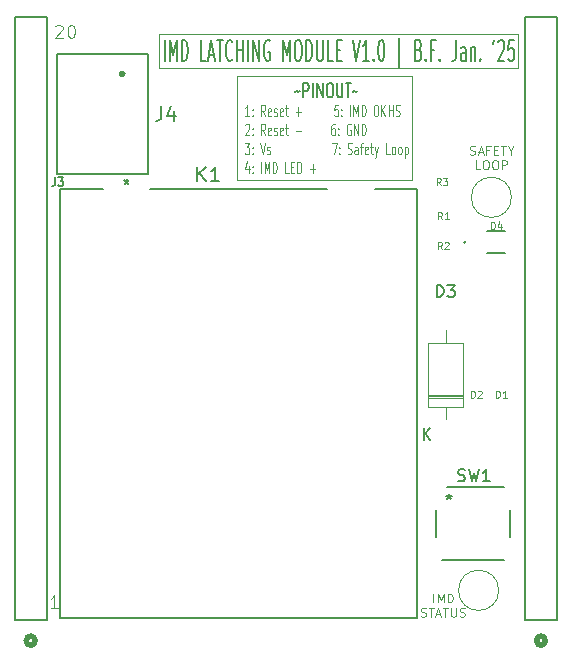
<source format=gbr>
%TF.GenerationSoftware,KiCad,Pcbnew,8.0.7*%
%TF.CreationDate,2025-01-28T21:10:26-05:00*%
%TF.ProjectId,IMD Latching Module,494d4420-4c61-4746-9368-696e67204d6f,rev?*%
%TF.SameCoordinates,Original*%
%TF.FileFunction,Legend,Top*%
%TF.FilePolarity,Positive*%
%FSLAX46Y46*%
G04 Gerber Fmt 4.6, Leading zero omitted, Abs format (unit mm)*
G04 Created by KiCad (PCBNEW 8.0.7) date 2025-01-28 21:10:26*
%MOMM*%
%LPD*%
G01*
G04 APERTURE LIST*
%ADD10C,0.100000*%
%ADD11C,0.187500*%
%ADD12C,0.150000*%
%ADD13C,0.170000*%
%ADD14C,0.120000*%
%ADD15C,0.152400*%
%ADD16C,0.508000*%
%ADD17C,0.200000*%
%ADD18C,0.400000*%
G04 APERTURE END LIST*
D10*
X61620000Y-50870000D02*
X92020000Y-50870000D01*
X92020000Y-53770000D01*
X61620000Y-53770000D01*
X61620000Y-50870000D01*
X68300000Y-54400000D02*
X83100000Y-54400000D01*
X83100000Y-63200000D01*
X68300000Y-63200000D01*
X68300000Y-54400000D01*
X69322931Y-57842587D02*
X68980074Y-57842587D01*
X69151503Y-57842587D02*
X69151503Y-56842587D01*
X69151503Y-56842587D02*
X69094360Y-56985444D01*
X69094360Y-56985444D02*
X69037217Y-57080682D01*
X69037217Y-57080682D02*
X68980074Y-57128301D01*
X69580075Y-57747348D02*
X69608646Y-57794968D01*
X69608646Y-57794968D02*
X69580075Y-57842587D01*
X69580075Y-57842587D02*
X69551503Y-57794968D01*
X69551503Y-57794968D02*
X69580075Y-57747348D01*
X69580075Y-57747348D02*
X69580075Y-57842587D01*
X69580075Y-57223539D02*
X69608646Y-57271158D01*
X69608646Y-57271158D02*
X69580075Y-57318777D01*
X69580075Y-57318777D02*
X69551503Y-57271158D01*
X69551503Y-57271158D02*
X69580075Y-57223539D01*
X69580075Y-57223539D02*
X69580075Y-57318777D01*
X70665789Y-57842587D02*
X70465789Y-57366396D01*
X70322932Y-57842587D02*
X70322932Y-56842587D01*
X70322932Y-56842587D02*
X70551503Y-56842587D01*
X70551503Y-56842587D02*
X70608646Y-56890206D01*
X70608646Y-56890206D02*
X70637217Y-56937825D01*
X70637217Y-56937825D02*
X70665789Y-57033063D01*
X70665789Y-57033063D02*
X70665789Y-57175920D01*
X70665789Y-57175920D02*
X70637217Y-57271158D01*
X70637217Y-57271158D02*
X70608646Y-57318777D01*
X70608646Y-57318777D02*
X70551503Y-57366396D01*
X70551503Y-57366396D02*
X70322932Y-57366396D01*
X71151503Y-57794968D02*
X71094360Y-57842587D01*
X71094360Y-57842587D02*
X70980075Y-57842587D01*
X70980075Y-57842587D02*
X70922932Y-57794968D01*
X70922932Y-57794968D02*
X70894360Y-57699729D01*
X70894360Y-57699729D02*
X70894360Y-57318777D01*
X70894360Y-57318777D02*
X70922932Y-57223539D01*
X70922932Y-57223539D02*
X70980075Y-57175920D01*
X70980075Y-57175920D02*
X71094360Y-57175920D01*
X71094360Y-57175920D02*
X71151503Y-57223539D01*
X71151503Y-57223539D02*
X71180075Y-57318777D01*
X71180075Y-57318777D02*
X71180075Y-57414015D01*
X71180075Y-57414015D02*
X70894360Y-57509253D01*
X71408646Y-57794968D02*
X71465789Y-57842587D01*
X71465789Y-57842587D02*
X71580075Y-57842587D01*
X71580075Y-57842587D02*
X71637218Y-57794968D01*
X71637218Y-57794968D02*
X71665789Y-57699729D01*
X71665789Y-57699729D02*
X71665789Y-57652110D01*
X71665789Y-57652110D02*
X71637218Y-57556872D01*
X71637218Y-57556872D02*
X71580075Y-57509253D01*
X71580075Y-57509253D02*
X71494361Y-57509253D01*
X71494361Y-57509253D02*
X71437218Y-57461634D01*
X71437218Y-57461634D02*
X71408646Y-57366396D01*
X71408646Y-57366396D02*
X71408646Y-57318777D01*
X71408646Y-57318777D02*
X71437218Y-57223539D01*
X71437218Y-57223539D02*
X71494361Y-57175920D01*
X71494361Y-57175920D02*
X71580075Y-57175920D01*
X71580075Y-57175920D02*
X71637218Y-57223539D01*
X72151503Y-57794968D02*
X72094360Y-57842587D01*
X72094360Y-57842587D02*
X71980075Y-57842587D01*
X71980075Y-57842587D02*
X71922932Y-57794968D01*
X71922932Y-57794968D02*
X71894360Y-57699729D01*
X71894360Y-57699729D02*
X71894360Y-57318777D01*
X71894360Y-57318777D02*
X71922932Y-57223539D01*
X71922932Y-57223539D02*
X71980075Y-57175920D01*
X71980075Y-57175920D02*
X72094360Y-57175920D01*
X72094360Y-57175920D02*
X72151503Y-57223539D01*
X72151503Y-57223539D02*
X72180075Y-57318777D01*
X72180075Y-57318777D02*
X72180075Y-57414015D01*
X72180075Y-57414015D02*
X71894360Y-57509253D01*
X72351503Y-57175920D02*
X72580075Y-57175920D01*
X72437218Y-56842587D02*
X72437218Y-57699729D01*
X72437218Y-57699729D02*
X72465789Y-57794968D01*
X72465789Y-57794968D02*
X72522932Y-57842587D01*
X72522932Y-57842587D02*
X72580075Y-57842587D01*
X73237218Y-57461634D02*
X73694361Y-57461634D01*
X73465789Y-57842587D02*
X73465789Y-57080682D01*
X76808645Y-56842587D02*
X76522931Y-56842587D01*
X76522931Y-56842587D02*
X76494359Y-57318777D01*
X76494359Y-57318777D02*
X76522931Y-57271158D01*
X76522931Y-57271158D02*
X76580074Y-57223539D01*
X76580074Y-57223539D02*
X76722931Y-57223539D01*
X76722931Y-57223539D02*
X76780074Y-57271158D01*
X76780074Y-57271158D02*
X76808645Y-57318777D01*
X76808645Y-57318777D02*
X76837216Y-57414015D01*
X76837216Y-57414015D02*
X76837216Y-57652110D01*
X76837216Y-57652110D02*
X76808645Y-57747348D01*
X76808645Y-57747348D02*
X76780074Y-57794968D01*
X76780074Y-57794968D02*
X76722931Y-57842587D01*
X76722931Y-57842587D02*
X76580074Y-57842587D01*
X76580074Y-57842587D02*
X76522931Y-57794968D01*
X76522931Y-57794968D02*
X76494359Y-57747348D01*
X77094360Y-57747348D02*
X77122931Y-57794968D01*
X77122931Y-57794968D02*
X77094360Y-57842587D01*
X77094360Y-57842587D02*
X77065788Y-57794968D01*
X77065788Y-57794968D02*
X77094360Y-57747348D01*
X77094360Y-57747348D02*
X77094360Y-57842587D01*
X77094360Y-57223539D02*
X77122931Y-57271158D01*
X77122931Y-57271158D02*
X77094360Y-57318777D01*
X77094360Y-57318777D02*
X77065788Y-57271158D01*
X77065788Y-57271158D02*
X77094360Y-57223539D01*
X77094360Y-57223539D02*
X77094360Y-57318777D01*
X77837217Y-57842587D02*
X77837217Y-56842587D01*
X78122931Y-57842587D02*
X78122931Y-56842587D01*
X78122931Y-56842587D02*
X78322931Y-57556872D01*
X78322931Y-57556872D02*
X78522931Y-56842587D01*
X78522931Y-56842587D02*
X78522931Y-57842587D01*
X78808645Y-57842587D02*
X78808645Y-56842587D01*
X78808645Y-56842587D02*
X78951502Y-56842587D01*
X78951502Y-56842587D02*
X79037216Y-56890206D01*
X79037216Y-56890206D02*
X79094359Y-56985444D01*
X79094359Y-56985444D02*
X79122930Y-57080682D01*
X79122930Y-57080682D02*
X79151502Y-57271158D01*
X79151502Y-57271158D02*
X79151502Y-57414015D01*
X79151502Y-57414015D02*
X79122930Y-57604491D01*
X79122930Y-57604491D02*
X79094359Y-57699729D01*
X79094359Y-57699729D02*
X79037216Y-57794968D01*
X79037216Y-57794968D02*
X78951502Y-57842587D01*
X78951502Y-57842587D02*
X78808645Y-57842587D01*
X79980073Y-56842587D02*
X80094359Y-56842587D01*
X80094359Y-56842587D02*
X80151502Y-56890206D01*
X80151502Y-56890206D02*
X80208645Y-56985444D01*
X80208645Y-56985444D02*
X80237216Y-57175920D01*
X80237216Y-57175920D02*
X80237216Y-57509253D01*
X80237216Y-57509253D02*
X80208645Y-57699729D01*
X80208645Y-57699729D02*
X80151502Y-57794968D01*
X80151502Y-57794968D02*
X80094359Y-57842587D01*
X80094359Y-57842587D02*
X79980073Y-57842587D01*
X79980073Y-57842587D02*
X79922931Y-57794968D01*
X79922931Y-57794968D02*
X79865788Y-57699729D01*
X79865788Y-57699729D02*
X79837216Y-57509253D01*
X79837216Y-57509253D02*
X79837216Y-57175920D01*
X79837216Y-57175920D02*
X79865788Y-56985444D01*
X79865788Y-56985444D02*
X79922931Y-56890206D01*
X79922931Y-56890206D02*
X79980073Y-56842587D01*
X80494359Y-57842587D02*
X80494359Y-56842587D01*
X80837216Y-57842587D02*
X80580073Y-57271158D01*
X80837216Y-56842587D02*
X80494359Y-57414015D01*
X81094359Y-57842587D02*
X81094359Y-56842587D01*
X81094359Y-57318777D02*
X81437216Y-57318777D01*
X81437216Y-57842587D02*
X81437216Y-56842587D01*
X81694358Y-57794968D02*
X81780073Y-57842587D01*
X81780073Y-57842587D02*
X81922930Y-57842587D01*
X81922930Y-57842587D02*
X81980073Y-57794968D01*
X81980073Y-57794968D02*
X82008644Y-57747348D01*
X82008644Y-57747348D02*
X82037215Y-57652110D01*
X82037215Y-57652110D02*
X82037215Y-57556872D01*
X82037215Y-57556872D02*
X82008644Y-57461634D01*
X82008644Y-57461634D02*
X81980073Y-57414015D01*
X81980073Y-57414015D02*
X81922930Y-57366396D01*
X81922930Y-57366396D02*
X81808644Y-57318777D01*
X81808644Y-57318777D02*
X81751501Y-57271158D01*
X81751501Y-57271158D02*
X81722930Y-57223539D01*
X81722930Y-57223539D02*
X81694358Y-57128301D01*
X81694358Y-57128301D02*
X81694358Y-57033063D01*
X81694358Y-57033063D02*
X81722930Y-56937825D01*
X81722930Y-56937825D02*
X81751501Y-56890206D01*
X81751501Y-56890206D02*
X81808644Y-56842587D01*
X81808644Y-56842587D02*
X81951501Y-56842587D01*
X81951501Y-56842587D02*
X82037215Y-56890206D01*
X68980074Y-58547769D02*
X69008646Y-58500150D01*
X69008646Y-58500150D02*
X69065789Y-58452531D01*
X69065789Y-58452531D02*
X69208646Y-58452531D01*
X69208646Y-58452531D02*
X69265789Y-58500150D01*
X69265789Y-58500150D02*
X69294360Y-58547769D01*
X69294360Y-58547769D02*
X69322931Y-58643007D01*
X69322931Y-58643007D02*
X69322931Y-58738245D01*
X69322931Y-58738245D02*
X69294360Y-58881102D01*
X69294360Y-58881102D02*
X68951503Y-59452531D01*
X68951503Y-59452531D02*
X69322931Y-59452531D01*
X69580075Y-59357292D02*
X69608646Y-59404912D01*
X69608646Y-59404912D02*
X69580075Y-59452531D01*
X69580075Y-59452531D02*
X69551503Y-59404912D01*
X69551503Y-59404912D02*
X69580075Y-59357292D01*
X69580075Y-59357292D02*
X69580075Y-59452531D01*
X69580075Y-58833483D02*
X69608646Y-58881102D01*
X69608646Y-58881102D02*
X69580075Y-58928721D01*
X69580075Y-58928721D02*
X69551503Y-58881102D01*
X69551503Y-58881102D02*
X69580075Y-58833483D01*
X69580075Y-58833483D02*
X69580075Y-58928721D01*
X70665789Y-59452531D02*
X70465789Y-58976340D01*
X70322932Y-59452531D02*
X70322932Y-58452531D01*
X70322932Y-58452531D02*
X70551503Y-58452531D01*
X70551503Y-58452531D02*
X70608646Y-58500150D01*
X70608646Y-58500150D02*
X70637217Y-58547769D01*
X70637217Y-58547769D02*
X70665789Y-58643007D01*
X70665789Y-58643007D02*
X70665789Y-58785864D01*
X70665789Y-58785864D02*
X70637217Y-58881102D01*
X70637217Y-58881102D02*
X70608646Y-58928721D01*
X70608646Y-58928721D02*
X70551503Y-58976340D01*
X70551503Y-58976340D02*
X70322932Y-58976340D01*
X71151503Y-59404912D02*
X71094360Y-59452531D01*
X71094360Y-59452531D02*
X70980075Y-59452531D01*
X70980075Y-59452531D02*
X70922932Y-59404912D01*
X70922932Y-59404912D02*
X70894360Y-59309673D01*
X70894360Y-59309673D02*
X70894360Y-58928721D01*
X70894360Y-58928721D02*
X70922932Y-58833483D01*
X70922932Y-58833483D02*
X70980075Y-58785864D01*
X70980075Y-58785864D02*
X71094360Y-58785864D01*
X71094360Y-58785864D02*
X71151503Y-58833483D01*
X71151503Y-58833483D02*
X71180075Y-58928721D01*
X71180075Y-58928721D02*
X71180075Y-59023959D01*
X71180075Y-59023959D02*
X70894360Y-59119197D01*
X71408646Y-59404912D02*
X71465789Y-59452531D01*
X71465789Y-59452531D02*
X71580075Y-59452531D01*
X71580075Y-59452531D02*
X71637218Y-59404912D01*
X71637218Y-59404912D02*
X71665789Y-59309673D01*
X71665789Y-59309673D02*
X71665789Y-59262054D01*
X71665789Y-59262054D02*
X71637218Y-59166816D01*
X71637218Y-59166816D02*
X71580075Y-59119197D01*
X71580075Y-59119197D02*
X71494361Y-59119197D01*
X71494361Y-59119197D02*
X71437218Y-59071578D01*
X71437218Y-59071578D02*
X71408646Y-58976340D01*
X71408646Y-58976340D02*
X71408646Y-58928721D01*
X71408646Y-58928721D02*
X71437218Y-58833483D01*
X71437218Y-58833483D02*
X71494361Y-58785864D01*
X71494361Y-58785864D02*
X71580075Y-58785864D01*
X71580075Y-58785864D02*
X71637218Y-58833483D01*
X72151503Y-59404912D02*
X72094360Y-59452531D01*
X72094360Y-59452531D02*
X71980075Y-59452531D01*
X71980075Y-59452531D02*
X71922932Y-59404912D01*
X71922932Y-59404912D02*
X71894360Y-59309673D01*
X71894360Y-59309673D02*
X71894360Y-58928721D01*
X71894360Y-58928721D02*
X71922932Y-58833483D01*
X71922932Y-58833483D02*
X71980075Y-58785864D01*
X71980075Y-58785864D02*
X72094360Y-58785864D01*
X72094360Y-58785864D02*
X72151503Y-58833483D01*
X72151503Y-58833483D02*
X72180075Y-58928721D01*
X72180075Y-58928721D02*
X72180075Y-59023959D01*
X72180075Y-59023959D02*
X71894360Y-59119197D01*
X72351503Y-58785864D02*
X72580075Y-58785864D01*
X72437218Y-58452531D02*
X72437218Y-59309673D01*
X72437218Y-59309673D02*
X72465789Y-59404912D01*
X72465789Y-59404912D02*
X72522932Y-59452531D01*
X72522932Y-59452531D02*
X72580075Y-59452531D01*
X73237218Y-59071578D02*
X73694361Y-59071578D01*
X76522933Y-58452531D02*
X76408647Y-58452531D01*
X76408647Y-58452531D02*
X76351504Y-58500150D01*
X76351504Y-58500150D02*
X76322933Y-58547769D01*
X76322933Y-58547769D02*
X76265790Y-58690626D01*
X76265790Y-58690626D02*
X76237218Y-58881102D01*
X76237218Y-58881102D02*
X76237218Y-59262054D01*
X76237218Y-59262054D02*
X76265790Y-59357292D01*
X76265790Y-59357292D02*
X76294361Y-59404912D01*
X76294361Y-59404912D02*
X76351504Y-59452531D01*
X76351504Y-59452531D02*
X76465790Y-59452531D01*
X76465790Y-59452531D02*
X76522933Y-59404912D01*
X76522933Y-59404912D02*
X76551504Y-59357292D01*
X76551504Y-59357292D02*
X76580075Y-59262054D01*
X76580075Y-59262054D02*
X76580075Y-59023959D01*
X76580075Y-59023959D02*
X76551504Y-58928721D01*
X76551504Y-58928721D02*
X76522933Y-58881102D01*
X76522933Y-58881102D02*
X76465790Y-58833483D01*
X76465790Y-58833483D02*
X76351504Y-58833483D01*
X76351504Y-58833483D02*
X76294361Y-58881102D01*
X76294361Y-58881102D02*
X76265790Y-58928721D01*
X76265790Y-58928721D02*
X76237218Y-59023959D01*
X76837219Y-59357292D02*
X76865790Y-59404912D01*
X76865790Y-59404912D02*
X76837219Y-59452531D01*
X76837219Y-59452531D02*
X76808647Y-59404912D01*
X76808647Y-59404912D02*
X76837219Y-59357292D01*
X76837219Y-59357292D02*
X76837219Y-59452531D01*
X76837219Y-58833483D02*
X76865790Y-58881102D01*
X76865790Y-58881102D02*
X76837219Y-58928721D01*
X76837219Y-58928721D02*
X76808647Y-58881102D01*
X76808647Y-58881102D02*
X76837219Y-58833483D01*
X76837219Y-58833483D02*
X76837219Y-58928721D01*
X77894361Y-58500150D02*
X77837219Y-58452531D01*
X77837219Y-58452531D02*
X77751504Y-58452531D01*
X77751504Y-58452531D02*
X77665790Y-58500150D01*
X77665790Y-58500150D02*
X77608647Y-58595388D01*
X77608647Y-58595388D02*
X77580076Y-58690626D01*
X77580076Y-58690626D02*
X77551504Y-58881102D01*
X77551504Y-58881102D02*
X77551504Y-59023959D01*
X77551504Y-59023959D02*
X77580076Y-59214435D01*
X77580076Y-59214435D02*
X77608647Y-59309673D01*
X77608647Y-59309673D02*
X77665790Y-59404912D01*
X77665790Y-59404912D02*
X77751504Y-59452531D01*
X77751504Y-59452531D02*
X77808647Y-59452531D01*
X77808647Y-59452531D02*
X77894361Y-59404912D01*
X77894361Y-59404912D02*
X77922933Y-59357292D01*
X77922933Y-59357292D02*
X77922933Y-59023959D01*
X77922933Y-59023959D02*
X77808647Y-59023959D01*
X78180076Y-59452531D02*
X78180076Y-58452531D01*
X78180076Y-58452531D02*
X78522933Y-59452531D01*
X78522933Y-59452531D02*
X78522933Y-58452531D01*
X78808647Y-59452531D02*
X78808647Y-58452531D01*
X78808647Y-58452531D02*
X78951504Y-58452531D01*
X78951504Y-58452531D02*
X79037218Y-58500150D01*
X79037218Y-58500150D02*
X79094361Y-58595388D01*
X79094361Y-58595388D02*
X79122932Y-58690626D01*
X79122932Y-58690626D02*
X79151504Y-58881102D01*
X79151504Y-58881102D02*
X79151504Y-59023959D01*
X79151504Y-59023959D02*
X79122932Y-59214435D01*
X79122932Y-59214435D02*
X79094361Y-59309673D01*
X79094361Y-59309673D02*
X79037218Y-59404912D01*
X79037218Y-59404912D02*
X78951504Y-59452531D01*
X78951504Y-59452531D02*
X78808647Y-59452531D01*
X68951503Y-60062475D02*
X69322931Y-60062475D01*
X69322931Y-60062475D02*
X69122931Y-60443427D01*
X69122931Y-60443427D02*
X69208646Y-60443427D01*
X69208646Y-60443427D02*
X69265789Y-60491046D01*
X69265789Y-60491046D02*
X69294360Y-60538665D01*
X69294360Y-60538665D02*
X69322931Y-60633903D01*
X69322931Y-60633903D02*
X69322931Y-60871998D01*
X69322931Y-60871998D02*
X69294360Y-60967236D01*
X69294360Y-60967236D02*
X69265789Y-61014856D01*
X69265789Y-61014856D02*
X69208646Y-61062475D01*
X69208646Y-61062475D02*
X69037217Y-61062475D01*
X69037217Y-61062475D02*
X68980074Y-61014856D01*
X68980074Y-61014856D02*
X68951503Y-60967236D01*
X69580075Y-60967236D02*
X69608646Y-61014856D01*
X69608646Y-61014856D02*
X69580075Y-61062475D01*
X69580075Y-61062475D02*
X69551503Y-61014856D01*
X69551503Y-61014856D02*
X69580075Y-60967236D01*
X69580075Y-60967236D02*
X69580075Y-61062475D01*
X69580075Y-60443427D02*
X69608646Y-60491046D01*
X69608646Y-60491046D02*
X69580075Y-60538665D01*
X69580075Y-60538665D02*
X69551503Y-60491046D01*
X69551503Y-60491046D02*
X69580075Y-60443427D01*
X69580075Y-60443427D02*
X69580075Y-60538665D01*
X70237217Y-60062475D02*
X70437217Y-61062475D01*
X70437217Y-61062475D02*
X70637217Y-60062475D01*
X70808646Y-61014856D02*
X70865789Y-61062475D01*
X70865789Y-61062475D02*
X70980075Y-61062475D01*
X70980075Y-61062475D02*
X71037218Y-61014856D01*
X71037218Y-61014856D02*
X71065789Y-60919617D01*
X71065789Y-60919617D02*
X71065789Y-60871998D01*
X71065789Y-60871998D02*
X71037218Y-60776760D01*
X71037218Y-60776760D02*
X70980075Y-60729141D01*
X70980075Y-60729141D02*
X70894361Y-60729141D01*
X70894361Y-60729141D02*
X70837218Y-60681522D01*
X70837218Y-60681522D02*
X70808646Y-60586284D01*
X70808646Y-60586284D02*
X70808646Y-60538665D01*
X70808646Y-60538665D02*
X70837218Y-60443427D01*
X70837218Y-60443427D02*
X70894361Y-60395808D01*
X70894361Y-60395808D02*
X70980075Y-60395808D01*
X70980075Y-60395808D02*
X71037218Y-60443427D01*
X76294362Y-60062475D02*
X76694362Y-60062475D01*
X76694362Y-60062475D02*
X76437219Y-61062475D01*
X76922934Y-60967236D02*
X76951505Y-61014856D01*
X76951505Y-61014856D02*
X76922934Y-61062475D01*
X76922934Y-61062475D02*
X76894362Y-61014856D01*
X76894362Y-61014856D02*
X76922934Y-60967236D01*
X76922934Y-60967236D02*
X76922934Y-61062475D01*
X76922934Y-60443427D02*
X76951505Y-60491046D01*
X76951505Y-60491046D02*
X76922934Y-60538665D01*
X76922934Y-60538665D02*
X76894362Y-60491046D01*
X76894362Y-60491046D02*
X76922934Y-60443427D01*
X76922934Y-60443427D02*
X76922934Y-60538665D01*
X77637219Y-61014856D02*
X77722934Y-61062475D01*
X77722934Y-61062475D02*
X77865791Y-61062475D01*
X77865791Y-61062475D02*
X77922934Y-61014856D01*
X77922934Y-61014856D02*
X77951505Y-60967236D01*
X77951505Y-60967236D02*
X77980076Y-60871998D01*
X77980076Y-60871998D02*
X77980076Y-60776760D01*
X77980076Y-60776760D02*
X77951505Y-60681522D01*
X77951505Y-60681522D02*
X77922934Y-60633903D01*
X77922934Y-60633903D02*
X77865791Y-60586284D01*
X77865791Y-60586284D02*
X77751505Y-60538665D01*
X77751505Y-60538665D02*
X77694362Y-60491046D01*
X77694362Y-60491046D02*
X77665791Y-60443427D01*
X77665791Y-60443427D02*
X77637219Y-60348189D01*
X77637219Y-60348189D02*
X77637219Y-60252951D01*
X77637219Y-60252951D02*
X77665791Y-60157713D01*
X77665791Y-60157713D02*
X77694362Y-60110094D01*
X77694362Y-60110094D02*
X77751505Y-60062475D01*
X77751505Y-60062475D02*
X77894362Y-60062475D01*
X77894362Y-60062475D02*
X77980076Y-60110094D01*
X78494363Y-61062475D02*
X78494363Y-60538665D01*
X78494363Y-60538665D02*
X78465791Y-60443427D01*
X78465791Y-60443427D02*
X78408648Y-60395808D01*
X78408648Y-60395808D02*
X78294363Y-60395808D01*
X78294363Y-60395808D02*
X78237220Y-60443427D01*
X78494363Y-61014856D02*
X78437220Y-61062475D01*
X78437220Y-61062475D02*
X78294363Y-61062475D01*
X78294363Y-61062475D02*
X78237220Y-61014856D01*
X78237220Y-61014856D02*
X78208648Y-60919617D01*
X78208648Y-60919617D02*
X78208648Y-60824379D01*
X78208648Y-60824379D02*
X78237220Y-60729141D01*
X78237220Y-60729141D02*
X78294363Y-60681522D01*
X78294363Y-60681522D02*
X78437220Y-60681522D01*
X78437220Y-60681522D02*
X78494363Y-60633903D01*
X78694362Y-60395808D02*
X78922934Y-60395808D01*
X78780077Y-61062475D02*
X78780077Y-60205332D01*
X78780077Y-60205332D02*
X78808648Y-60110094D01*
X78808648Y-60110094D02*
X78865791Y-60062475D01*
X78865791Y-60062475D02*
X78922934Y-60062475D01*
X79351505Y-61014856D02*
X79294362Y-61062475D01*
X79294362Y-61062475D02*
X79180077Y-61062475D01*
X79180077Y-61062475D02*
X79122934Y-61014856D01*
X79122934Y-61014856D02*
X79094362Y-60919617D01*
X79094362Y-60919617D02*
X79094362Y-60538665D01*
X79094362Y-60538665D02*
X79122934Y-60443427D01*
X79122934Y-60443427D02*
X79180077Y-60395808D01*
X79180077Y-60395808D02*
X79294362Y-60395808D01*
X79294362Y-60395808D02*
X79351505Y-60443427D01*
X79351505Y-60443427D02*
X79380077Y-60538665D01*
X79380077Y-60538665D02*
X79380077Y-60633903D01*
X79380077Y-60633903D02*
X79094362Y-60729141D01*
X79551505Y-60395808D02*
X79780077Y-60395808D01*
X79637220Y-60062475D02*
X79637220Y-60919617D01*
X79637220Y-60919617D02*
X79665791Y-61014856D01*
X79665791Y-61014856D02*
X79722934Y-61062475D01*
X79722934Y-61062475D02*
X79780077Y-61062475D01*
X79922934Y-60395808D02*
X80065791Y-61062475D01*
X80208648Y-60395808D02*
X80065791Y-61062475D01*
X80065791Y-61062475D02*
X80008648Y-61300570D01*
X80008648Y-61300570D02*
X79980077Y-61348189D01*
X79980077Y-61348189D02*
X79922934Y-61395808D01*
X81180077Y-61062475D02*
X80894363Y-61062475D01*
X80894363Y-61062475D02*
X80894363Y-60062475D01*
X81465791Y-61062475D02*
X81408648Y-61014856D01*
X81408648Y-61014856D02*
X81380077Y-60967236D01*
X81380077Y-60967236D02*
X81351505Y-60871998D01*
X81351505Y-60871998D02*
X81351505Y-60586284D01*
X81351505Y-60586284D02*
X81380077Y-60491046D01*
X81380077Y-60491046D02*
X81408648Y-60443427D01*
X81408648Y-60443427D02*
X81465791Y-60395808D01*
X81465791Y-60395808D02*
X81551505Y-60395808D01*
X81551505Y-60395808D02*
X81608648Y-60443427D01*
X81608648Y-60443427D02*
X81637220Y-60491046D01*
X81637220Y-60491046D02*
X81665791Y-60586284D01*
X81665791Y-60586284D02*
X81665791Y-60871998D01*
X81665791Y-60871998D02*
X81637220Y-60967236D01*
X81637220Y-60967236D02*
X81608648Y-61014856D01*
X81608648Y-61014856D02*
X81551505Y-61062475D01*
X81551505Y-61062475D02*
X81465791Y-61062475D01*
X82008648Y-61062475D02*
X81951505Y-61014856D01*
X81951505Y-61014856D02*
X81922934Y-60967236D01*
X81922934Y-60967236D02*
X81894362Y-60871998D01*
X81894362Y-60871998D02*
X81894362Y-60586284D01*
X81894362Y-60586284D02*
X81922934Y-60491046D01*
X81922934Y-60491046D02*
X81951505Y-60443427D01*
X81951505Y-60443427D02*
X82008648Y-60395808D01*
X82008648Y-60395808D02*
X82094362Y-60395808D01*
X82094362Y-60395808D02*
X82151505Y-60443427D01*
X82151505Y-60443427D02*
X82180077Y-60491046D01*
X82180077Y-60491046D02*
X82208648Y-60586284D01*
X82208648Y-60586284D02*
X82208648Y-60871998D01*
X82208648Y-60871998D02*
X82180077Y-60967236D01*
X82180077Y-60967236D02*
X82151505Y-61014856D01*
X82151505Y-61014856D02*
X82094362Y-61062475D01*
X82094362Y-61062475D02*
X82008648Y-61062475D01*
X82465791Y-60395808D02*
X82465791Y-61395808D01*
X82465791Y-60443427D02*
X82522934Y-60395808D01*
X82522934Y-60395808D02*
X82637219Y-60395808D01*
X82637219Y-60395808D02*
X82694362Y-60443427D01*
X82694362Y-60443427D02*
X82722934Y-60491046D01*
X82722934Y-60491046D02*
X82751505Y-60586284D01*
X82751505Y-60586284D02*
X82751505Y-60871998D01*
X82751505Y-60871998D02*
X82722934Y-60967236D01*
X82722934Y-60967236D02*
X82694362Y-61014856D01*
X82694362Y-61014856D02*
X82637219Y-61062475D01*
X82637219Y-61062475D02*
X82522934Y-61062475D01*
X82522934Y-61062475D02*
X82465791Y-61014856D01*
X69265789Y-62005752D02*
X69265789Y-62672419D01*
X69122931Y-61624800D02*
X68980074Y-62339085D01*
X68980074Y-62339085D02*
X69351503Y-62339085D01*
X69580075Y-62577180D02*
X69608646Y-62624800D01*
X69608646Y-62624800D02*
X69580075Y-62672419D01*
X69580075Y-62672419D02*
X69551503Y-62624800D01*
X69551503Y-62624800D02*
X69580075Y-62577180D01*
X69580075Y-62577180D02*
X69580075Y-62672419D01*
X69580075Y-62053371D02*
X69608646Y-62100990D01*
X69608646Y-62100990D02*
X69580075Y-62148609D01*
X69580075Y-62148609D02*
X69551503Y-62100990D01*
X69551503Y-62100990D02*
X69580075Y-62053371D01*
X69580075Y-62053371D02*
X69580075Y-62148609D01*
X70322932Y-62672419D02*
X70322932Y-61672419D01*
X70608646Y-62672419D02*
X70608646Y-61672419D01*
X70608646Y-61672419D02*
X70808646Y-62386704D01*
X70808646Y-62386704D02*
X71008646Y-61672419D01*
X71008646Y-61672419D02*
X71008646Y-62672419D01*
X71294360Y-62672419D02*
X71294360Y-61672419D01*
X71294360Y-61672419D02*
X71437217Y-61672419D01*
X71437217Y-61672419D02*
X71522931Y-61720038D01*
X71522931Y-61720038D02*
X71580074Y-61815276D01*
X71580074Y-61815276D02*
X71608645Y-61910514D01*
X71608645Y-61910514D02*
X71637217Y-62100990D01*
X71637217Y-62100990D02*
X71637217Y-62243847D01*
X71637217Y-62243847D02*
X71608645Y-62434323D01*
X71608645Y-62434323D02*
X71580074Y-62529561D01*
X71580074Y-62529561D02*
X71522931Y-62624800D01*
X71522931Y-62624800D02*
X71437217Y-62672419D01*
X71437217Y-62672419D02*
X71294360Y-62672419D01*
X72637217Y-62672419D02*
X72351503Y-62672419D01*
X72351503Y-62672419D02*
X72351503Y-61672419D01*
X72837217Y-62148609D02*
X73037217Y-62148609D01*
X73122931Y-62672419D02*
X72837217Y-62672419D01*
X72837217Y-62672419D02*
X72837217Y-61672419D01*
X72837217Y-61672419D02*
X73122931Y-61672419D01*
X73380074Y-62672419D02*
X73380074Y-61672419D01*
X73380074Y-61672419D02*
X73522931Y-61672419D01*
X73522931Y-61672419D02*
X73608645Y-61720038D01*
X73608645Y-61720038D02*
X73665788Y-61815276D01*
X73665788Y-61815276D02*
X73694359Y-61910514D01*
X73694359Y-61910514D02*
X73722931Y-62100990D01*
X73722931Y-62100990D02*
X73722931Y-62243847D01*
X73722931Y-62243847D02*
X73694359Y-62434323D01*
X73694359Y-62434323D02*
X73665788Y-62529561D01*
X73665788Y-62529561D02*
X73608645Y-62624800D01*
X73608645Y-62624800D02*
X73522931Y-62672419D01*
X73522931Y-62672419D02*
X73380074Y-62672419D01*
X74437217Y-62291466D02*
X74894360Y-62291466D01*
X74665788Y-62672419D02*
X74665788Y-61910514D01*
D11*
X62137640Y-53169964D02*
X62137640Y-51369964D01*
X62566211Y-53169964D02*
X62566211Y-51369964D01*
X62566211Y-51369964D02*
X62866211Y-52655678D01*
X62866211Y-52655678D02*
X63166211Y-51369964D01*
X63166211Y-51369964D02*
X63166211Y-53169964D01*
X63594782Y-53169964D02*
X63594782Y-51369964D01*
X63594782Y-51369964D02*
X63809068Y-51369964D01*
X63809068Y-51369964D02*
X63937639Y-51455678D01*
X63937639Y-51455678D02*
X64023354Y-51627107D01*
X64023354Y-51627107D02*
X64066211Y-51798535D01*
X64066211Y-51798535D02*
X64109068Y-52141392D01*
X64109068Y-52141392D02*
X64109068Y-52398535D01*
X64109068Y-52398535D02*
X64066211Y-52741392D01*
X64066211Y-52741392D02*
X64023354Y-52912821D01*
X64023354Y-52912821D02*
X63937639Y-53084250D01*
X63937639Y-53084250D02*
X63809068Y-53169964D01*
X63809068Y-53169964D02*
X63594782Y-53169964D01*
X65609068Y-53169964D02*
X65180496Y-53169964D01*
X65180496Y-53169964D02*
X65180496Y-51369964D01*
X65866210Y-52655678D02*
X66294782Y-52655678D01*
X65780496Y-53169964D02*
X66080496Y-51369964D01*
X66080496Y-51369964D02*
X66380496Y-53169964D01*
X66551925Y-51369964D02*
X67066211Y-51369964D01*
X66809068Y-53169964D02*
X66809068Y-51369964D01*
X67880496Y-52998535D02*
X67837639Y-53084250D01*
X67837639Y-53084250D02*
X67709067Y-53169964D01*
X67709067Y-53169964D02*
X67623353Y-53169964D01*
X67623353Y-53169964D02*
X67494782Y-53084250D01*
X67494782Y-53084250D02*
X67409067Y-52912821D01*
X67409067Y-52912821D02*
X67366210Y-52741392D01*
X67366210Y-52741392D02*
X67323353Y-52398535D01*
X67323353Y-52398535D02*
X67323353Y-52141392D01*
X67323353Y-52141392D02*
X67366210Y-51798535D01*
X67366210Y-51798535D02*
X67409067Y-51627107D01*
X67409067Y-51627107D02*
X67494782Y-51455678D01*
X67494782Y-51455678D02*
X67623353Y-51369964D01*
X67623353Y-51369964D02*
X67709067Y-51369964D01*
X67709067Y-51369964D02*
X67837639Y-51455678D01*
X67837639Y-51455678D02*
X67880496Y-51541392D01*
X68266210Y-53169964D02*
X68266210Y-51369964D01*
X68266210Y-52227107D02*
X68780496Y-52227107D01*
X68780496Y-53169964D02*
X68780496Y-51369964D01*
X69209067Y-53169964D02*
X69209067Y-51369964D01*
X69637638Y-53169964D02*
X69637638Y-51369964D01*
X69637638Y-51369964D02*
X70151924Y-53169964D01*
X70151924Y-53169964D02*
X70151924Y-51369964D01*
X71051924Y-51455678D02*
X70966210Y-51369964D01*
X70966210Y-51369964D02*
X70837638Y-51369964D01*
X70837638Y-51369964D02*
X70709067Y-51455678D01*
X70709067Y-51455678D02*
X70623352Y-51627107D01*
X70623352Y-51627107D02*
X70580495Y-51798535D01*
X70580495Y-51798535D02*
X70537638Y-52141392D01*
X70537638Y-52141392D02*
X70537638Y-52398535D01*
X70537638Y-52398535D02*
X70580495Y-52741392D01*
X70580495Y-52741392D02*
X70623352Y-52912821D01*
X70623352Y-52912821D02*
X70709067Y-53084250D01*
X70709067Y-53084250D02*
X70837638Y-53169964D01*
X70837638Y-53169964D02*
X70923352Y-53169964D01*
X70923352Y-53169964D02*
X71051924Y-53084250D01*
X71051924Y-53084250D02*
X71094781Y-52998535D01*
X71094781Y-52998535D02*
X71094781Y-52398535D01*
X71094781Y-52398535D02*
X70923352Y-52398535D01*
X72166209Y-53169964D02*
X72166209Y-51369964D01*
X72166209Y-51369964D02*
X72466209Y-52655678D01*
X72466209Y-52655678D02*
X72766209Y-51369964D01*
X72766209Y-51369964D02*
X72766209Y-53169964D01*
X73366209Y-51369964D02*
X73537637Y-51369964D01*
X73537637Y-51369964D02*
X73623352Y-51455678D01*
X73623352Y-51455678D02*
X73709066Y-51627107D01*
X73709066Y-51627107D02*
X73751923Y-51969964D01*
X73751923Y-51969964D02*
X73751923Y-52569964D01*
X73751923Y-52569964D02*
X73709066Y-52912821D01*
X73709066Y-52912821D02*
X73623352Y-53084250D01*
X73623352Y-53084250D02*
X73537637Y-53169964D01*
X73537637Y-53169964D02*
X73366209Y-53169964D01*
X73366209Y-53169964D02*
X73280495Y-53084250D01*
X73280495Y-53084250D02*
X73194780Y-52912821D01*
X73194780Y-52912821D02*
X73151923Y-52569964D01*
X73151923Y-52569964D02*
X73151923Y-51969964D01*
X73151923Y-51969964D02*
X73194780Y-51627107D01*
X73194780Y-51627107D02*
X73280495Y-51455678D01*
X73280495Y-51455678D02*
X73366209Y-51369964D01*
X74137637Y-53169964D02*
X74137637Y-51369964D01*
X74137637Y-51369964D02*
X74351923Y-51369964D01*
X74351923Y-51369964D02*
X74480494Y-51455678D01*
X74480494Y-51455678D02*
X74566209Y-51627107D01*
X74566209Y-51627107D02*
X74609066Y-51798535D01*
X74609066Y-51798535D02*
X74651923Y-52141392D01*
X74651923Y-52141392D02*
X74651923Y-52398535D01*
X74651923Y-52398535D02*
X74609066Y-52741392D01*
X74609066Y-52741392D02*
X74566209Y-52912821D01*
X74566209Y-52912821D02*
X74480494Y-53084250D01*
X74480494Y-53084250D02*
X74351923Y-53169964D01*
X74351923Y-53169964D02*
X74137637Y-53169964D01*
X75037637Y-51369964D02*
X75037637Y-52827107D01*
X75037637Y-52827107D02*
X75080494Y-52998535D01*
X75080494Y-52998535D02*
X75123352Y-53084250D01*
X75123352Y-53084250D02*
X75209066Y-53169964D01*
X75209066Y-53169964D02*
X75380494Y-53169964D01*
X75380494Y-53169964D02*
X75466209Y-53084250D01*
X75466209Y-53084250D02*
X75509066Y-52998535D01*
X75509066Y-52998535D02*
X75551923Y-52827107D01*
X75551923Y-52827107D02*
X75551923Y-51369964D01*
X76409066Y-53169964D02*
X75980494Y-53169964D01*
X75980494Y-53169964D02*
X75980494Y-51369964D01*
X76709065Y-52227107D02*
X77009065Y-52227107D01*
X77137637Y-53169964D02*
X76709065Y-53169964D01*
X76709065Y-53169964D02*
X76709065Y-51369964D01*
X76709065Y-51369964D02*
X77137637Y-51369964D01*
X78080494Y-51369964D02*
X78380494Y-53169964D01*
X78380494Y-53169964D02*
X78680494Y-51369964D01*
X79451923Y-53169964D02*
X78937637Y-53169964D01*
X79194780Y-53169964D02*
X79194780Y-51369964D01*
X79194780Y-51369964D02*
X79109066Y-51627107D01*
X79109066Y-51627107D02*
X79023351Y-51798535D01*
X79023351Y-51798535D02*
X78937637Y-51884250D01*
X79837637Y-52998535D02*
X79880494Y-53084250D01*
X79880494Y-53084250D02*
X79837637Y-53169964D01*
X79837637Y-53169964D02*
X79794780Y-53084250D01*
X79794780Y-53084250D02*
X79837637Y-52998535D01*
X79837637Y-52998535D02*
X79837637Y-53169964D01*
X80437637Y-51369964D02*
X80523351Y-51369964D01*
X80523351Y-51369964D02*
X80609065Y-51455678D01*
X80609065Y-51455678D02*
X80651923Y-51541392D01*
X80651923Y-51541392D02*
X80694780Y-51712821D01*
X80694780Y-51712821D02*
X80737637Y-52055678D01*
X80737637Y-52055678D02*
X80737637Y-52484250D01*
X80737637Y-52484250D02*
X80694780Y-52827107D01*
X80694780Y-52827107D02*
X80651923Y-52998535D01*
X80651923Y-52998535D02*
X80609065Y-53084250D01*
X80609065Y-53084250D02*
X80523351Y-53169964D01*
X80523351Y-53169964D02*
X80437637Y-53169964D01*
X80437637Y-53169964D02*
X80351923Y-53084250D01*
X80351923Y-53084250D02*
X80309065Y-52998535D01*
X80309065Y-52998535D02*
X80266208Y-52827107D01*
X80266208Y-52827107D02*
X80223351Y-52484250D01*
X80223351Y-52484250D02*
X80223351Y-52055678D01*
X80223351Y-52055678D02*
X80266208Y-51712821D01*
X80266208Y-51712821D02*
X80309065Y-51541392D01*
X80309065Y-51541392D02*
X80351923Y-51455678D01*
X80351923Y-51455678D02*
X80437637Y-51369964D01*
X82023351Y-53769964D02*
X82023351Y-51198535D01*
X83651922Y-52227107D02*
X83780494Y-52312821D01*
X83780494Y-52312821D02*
X83823351Y-52398535D01*
X83823351Y-52398535D02*
X83866208Y-52569964D01*
X83866208Y-52569964D02*
X83866208Y-52827107D01*
X83866208Y-52827107D02*
X83823351Y-52998535D01*
X83823351Y-52998535D02*
X83780494Y-53084250D01*
X83780494Y-53084250D02*
X83694779Y-53169964D01*
X83694779Y-53169964D02*
X83351922Y-53169964D01*
X83351922Y-53169964D02*
X83351922Y-51369964D01*
X83351922Y-51369964D02*
X83651922Y-51369964D01*
X83651922Y-51369964D02*
X83737637Y-51455678D01*
X83737637Y-51455678D02*
X83780494Y-51541392D01*
X83780494Y-51541392D02*
X83823351Y-51712821D01*
X83823351Y-51712821D02*
X83823351Y-51884250D01*
X83823351Y-51884250D02*
X83780494Y-52055678D01*
X83780494Y-52055678D02*
X83737637Y-52141392D01*
X83737637Y-52141392D02*
X83651922Y-52227107D01*
X83651922Y-52227107D02*
X83351922Y-52227107D01*
X84251922Y-52998535D02*
X84294779Y-53084250D01*
X84294779Y-53084250D02*
X84251922Y-53169964D01*
X84251922Y-53169964D02*
X84209065Y-53084250D01*
X84209065Y-53084250D02*
X84251922Y-52998535D01*
X84251922Y-52998535D02*
X84251922Y-53169964D01*
X84980493Y-52227107D02*
X84680493Y-52227107D01*
X84680493Y-53169964D02*
X84680493Y-51369964D01*
X84680493Y-51369964D02*
X85109065Y-51369964D01*
X85451922Y-52998535D02*
X85494779Y-53084250D01*
X85494779Y-53084250D02*
X85451922Y-53169964D01*
X85451922Y-53169964D02*
X85409065Y-53084250D01*
X85409065Y-53084250D02*
X85451922Y-52998535D01*
X85451922Y-52998535D02*
X85451922Y-53169964D01*
X86823350Y-51369964D02*
X86823350Y-52655678D01*
X86823350Y-52655678D02*
X86780493Y-52912821D01*
X86780493Y-52912821D02*
X86694779Y-53084250D01*
X86694779Y-53084250D02*
X86566207Y-53169964D01*
X86566207Y-53169964D02*
X86480493Y-53169964D01*
X87637636Y-53169964D02*
X87637636Y-52227107D01*
X87637636Y-52227107D02*
X87594778Y-52055678D01*
X87594778Y-52055678D02*
X87509064Y-51969964D01*
X87509064Y-51969964D02*
X87337636Y-51969964D01*
X87337636Y-51969964D02*
X87251921Y-52055678D01*
X87637636Y-53084250D02*
X87551921Y-53169964D01*
X87551921Y-53169964D02*
X87337636Y-53169964D01*
X87337636Y-53169964D02*
X87251921Y-53084250D01*
X87251921Y-53084250D02*
X87209064Y-52912821D01*
X87209064Y-52912821D02*
X87209064Y-52741392D01*
X87209064Y-52741392D02*
X87251921Y-52569964D01*
X87251921Y-52569964D02*
X87337636Y-52484250D01*
X87337636Y-52484250D02*
X87551921Y-52484250D01*
X87551921Y-52484250D02*
X87637636Y-52398535D01*
X88066207Y-51969964D02*
X88066207Y-53169964D01*
X88066207Y-52141392D02*
X88109064Y-52055678D01*
X88109064Y-52055678D02*
X88194779Y-51969964D01*
X88194779Y-51969964D02*
X88323350Y-51969964D01*
X88323350Y-51969964D02*
X88409064Y-52055678D01*
X88409064Y-52055678D02*
X88451922Y-52227107D01*
X88451922Y-52227107D02*
X88451922Y-53169964D01*
X88880493Y-52998535D02*
X88923350Y-53084250D01*
X88923350Y-53084250D02*
X88880493Y-53169964D01*
X88880493Y-53169964D02*
X88837636Y-53084250D01*
X88837636Y-53084250D02*
X88880493Y-52998535D01*
X88880493Y-52998535D02*
X88880493Y-53169964D01*
X90037635Y-51369964D02*
X89951921Y-51712821D01*
X90380492Y-51541392D02*
X90423349Y-51455678D01*
X90423349Y-51455678D02*
X90509064Y-51369964D01*
X90509064Y-51369964D02*
X90723349Y-51369964D01*
X90723349Y-51369964D02*
X90809064Y-51455678D01*
X90809064Y-51455678D02*
X90851921Y-51541392D01*
X90851921Y-51541392D02*
X90894778Y-51712821D01*
X90894778Y-51712821D02*
X90894778Y-51884250D01*
X90894778Y-51884250D02*
X90851921Y-52141392D01*
X90851921Y-52141392D02*
X90337635Y-53169964D01*
X90337635Y-53169964D02*
X90894778Y-53169964D01*
X91709064Y-51369964D02*
X91280492Y-51369964D01*
X91280492Y-51369964D02*
X91237635Y-52227107D01*
X91237635Y-52227107D02*
X91280492Y-52141392D01*
X91280492Y-52141392D02*
X91366207Y-52055678D01*
X91366207Y-52055678D02*
X91580492Y-52055678D01*
X91580492Y-52055678D02*
X91666207Y-52141392D01*
X91666207Y-52141392D02*
X91709064Y-52227107D01*
X91709064Y-52227107D02*
X91751921Y-52398535D01*
X91751921Y-52398535D02*
X91751921Y-52827107D01*
X91751921Y-52827107D02*
X91709064Y-52998535D01*
X91709064Y-52998535D02*
X91666207Y-53084250D01*
X91666207Y-53084250D02*
X91580492Y-53169964D01*
X91580492Y-53169964D02*
X91366207Y-53169964D01*
X91366207Y-53169964D02*
X91280492Y-53084250D01*
X91280492Y-53084250D02*
X91237635Y-52998535D01*
D10*
X52875312Y-50204442D02*
X52927693Y-50152061D01*
X52927693Y-50152061D02*
X53032455Y-50099680D01*
X53032455Y-50099680D02*
X53294360Y-50099680D01*
X53294360Y-50099680D02*
X53399122Y-50152061D01*
X53399122Y-50152061D02*
X53451503Y-50204442D01*
X53451503Y-50204442D02*
X53503884Y-50309204D01*
X53503884Y-50309204D02*
X53503884Y-50413966D01*
X53503884Y-50413966D02*
X53451503Y-50571109D01*
X53451503Y-50571109D02*
X52822931Y-51199680D01*
X52822931Y-51199680D02*
X53503884Y-51199680D01*
X54184836Y-50099680D02*
X54289598Y-50099680D01*
X54289598Y-50099680D02*
X54394360Y-50152061D01*
X54394360Y-50152061D02*
X54446741Y-50204442D01*
X54446741Y-50204442D02*
X54499122Y-50309204D01*
X54499122Y-50309204D02*
X54551503Y-50518728D01*
X54551503Y-50518728D02*
X54551503Y-50780633D01*
X54551503Y-50780633D02*
X54499122Y-50990157D01*
X54499122Y-50990157D02*
X54446741Y-51094919D01*
X54446741Y-51094919D02*
X54394360Y-51147300D01*
X54394360Y-51147300D02*
X54289598Y-51199680D01*
X54289598Y-51199680D02*
X54184836Y-51199680D01*
X54184836Y-51199680D02*
X54080074Y-51147300D01*
X54080074Y-51147300D02*
X54027693Y-51094919D01*
X54027693Y-51094919D02*
X53975312Y-50990157D01*
X53975312Y-50990157D02*
X53922931Y-50780633D01*
X53922931Y-50780633D02*
X53922931Y-50518728D01*
X53922931Y-50518728D02*
X53975312Y-50309204D01*
X53975312Y-50309204D02*
X54027693Y-50204442D01*
X54027693Y-50204442D02*
X54080074Y-50152061D01*
X54080074Y-50152061D02*
X54184836Y-50099680D01*
X84896428Y-98995556D02*
X84896428Y-98245556D01*
X85253571Y-98995556D02*
X85253571Y-98245556D01*
X85253571Y-98245556D02*
X85503571Y-98781270D01*
X85503571Y-98781270D02*
X85753571Y-98245556D01*
X85753571Y-98245556D02*
X85753571Y-98995556D01*
X86110714Y-98995556D02*
X86110714Y-98245556D01*
X86110714Y-98245556D02*
X86289285Y-98245556D01*
X86289285Y-98245556D02*
X86396428Y-98281270D01*
X86396428Y-98281270D02*
X86467857Y-98352699D01*
X86467857Y-98352699D02*
X86503571Y-98424127D01*
X86503571Y-98424127D02*
X86539285Y-98566984D01*
X86539285Y-98566984D02*
X86539285Y-98674127D01*
X86539285Y-98674127D02*
X86503571Y-98816984D01*
X86503571Y-98816984D02*
X86467857Y-98888413D01*
X86467857Y-98888413D02*
X86396428Y-98959842D01*
X86396428Y-98959842D02*
X86289285Y-98995556D01*
X86289285Y-98995556D02*
X86110714Y-98995556D01*
X83842857Y-100167300D02*
X83950000Y-100203014D01*
X83950000Y-100203014D02*
X84128571Y-100203014D01*
X84128571Y-100203014D02*
X84200000Y-100167300D01*
X84200000Y-100167300D02*
X84235714Y-100131585D01*
X84235714Y-100131585D02*
X84271428Y-100060157D01*
X84271428Y-100060157D02*
X84271428Y-99988728D01*
X84271428Y-99988728D02*
X84235714Y-99917300D01*
X84235714Y-99917300D02*
X84200000Y-99881585D01*
X84200000Y-99881585D02*
X84128571Y-99845871D01*
X84128571Y-99845871D02*
X83985714Y-99810157D01*
X83985714Y-99810157D02*
X83914285Y-99774442D01*
X83914285Y-99774442D02*
X83878571Y-99738728D01*
X83878571Y-99738728D02*
X83842857Y-99667300D01*
X83842857Y-99667300D02*
X83842857Y-99595871D01*
X83842857Y-99595871D02*
X83878571Y-99524442D01*
X83878571Y-99524442D02*
X83914285Y-99488728D01*
X83914285Y-99488728D02*
X83985714Y-99453014D01*
X83985714Y-99453014D02*
X84164285Y-99453014D01*
X84164285Y-99453014D02*
X84271428Y-99488728D01*
X84485714Y-99453014D02*
X84914286Y-99453014D01*
X84700000Y-100203014D02*
X84700000Y-99453014D01*
X85128572Y-99988728D02*
X85485715Y-99988728D01*
X85057143Y-100203014D02*
X85307143Y-99453014D01*
X85307143Y-99453014D02*
X85557143Y-100203014D01*
X85700000Y-99453014D02*
X86128572Y-99453014D01*
X85914286Y-100203014D02*
X85914286Y-99453014D01*
X86378572Y-99453014D02*
X86378572Y-100060157D01*
X86378572Y-100060157D02*
X86414286Y-100131585D01*
X86414286Y-100131585D02*
X86450001Y-100167300D01*
X86450001Y-100167300D02*
X86521429Y-100203014D01*
X86521429Y-100203014D02*
X86664286Y-100203014D01*
X86664286Y-100203014D02*
X86735715Y-100167300D01*
X86735715Y-100167300D02*
X86771429Y-100131585D01*
X86771429Y-100131585D02*
X86807143Y-100060157D01*
X86807143Y-100060157D02*
X86807143Y-99453014D01*
X87128572Y-100167300D02*
X87235715Y-100203014D01*
X87235715Y-100203014D02*
X87414286Y-100203014D01*
X87414286Y-100203014D02*
X87485715Y-100167300D01*
X87485715Y-100167300D02*
X87521429Y-100131585D01*
X87521429Y-100131585D02*
X87557143Y-100060157D01*
X87557143Y-100060157D02*
X87557143Y-99988728D01*
X87557143Y-99988728D02*
X87521429Y-99917300D01*
X87521429Y-99917300D02*
X87485715Y-99881585D01*
X87485715Y-99881585D02*
X87414286Y-99845871D01*
X87414286Y-99845871D02*
X87271429Y-99810157D01*
X87271429Y-99810157D02*
X87200000Y-99774442D01*
X87200000Y-99774442D02*
X87164286Y-99738728D01*
X87164286Y-99738728D02*
X87128572Y-99667300D01*
X87128572Y-99667300D02*
X87128572Y-99595871D01*
X87128572Y-99595871D02*
X87164286Y-99524442D01*
X87164286Y-99524442D02*
X87200000Y-99488728D01*
X87200000Y-99488728D02*
X87271429Y-99453014D01*
X87271429Y-99453014D02*
X87450000Y-99453014D01*
X87450000Y-99453014D02*
X87557143Y-99488728D01*
D12*
X73196066Y-55788200D02*
X73234161Y-55731057D01*
X73234161Y-55731057D02*
X73310352Y-55673914D01*
X73310352Y-55673914D02*
X73462733Y-55788200D01*
X73462733Y-55788200D02*
X73538923Y-55731057D01*
X73538923Y-55731057D02*
X73577018Y-55673914D01*
X73881781Y-56245342D02*
X73881781Y-55045342D01*
X73881781Y-55045342D02*
X74186543Y-55045342D01*
X74186543Y-55045342D02*
X74262733Y-55102485D01*
X74262733Y-55102485D02*
X74300828Y-55159628D01*
X74300828Y-55159628D02*
X74338924Y-55273914D01*
X74338924Y-55273914D02*
X74338924Y-55445342D01*
X74338924Y-55445342D02*
X74300828Y-55559628D01*
X74300828Y-55559628D02*
X74262733Y-55616771D01*
X74262733Y-55616771D02*
X74186543Y-55673914D01*
X74186543Y-55673914D02*
X73881781Y-55673914D01*
X74681781Y-56245342D02*
X74681781Y-55045342D01*
X75062733Y-56245342D02*
X75062733Y-55045342D01*
X75062733Y-55045342D02*
X75519876Y-56245342D01*
X75519876Y-56245342D02*
X75519876Y-55045342D01*
X76053209Y-55045342D02*
X76205590Y-55045342D01*
X76205590Y-55045342D02*
X76281780Y-55102485D01*
X76281780Y-55102485D02*
X76357971Y-55216771D01*
X76357971Y-55216771D02*
X76396066Y-55445342D01*
X76396066Y-55445342D02*
X76396066Y-55845342D01*
X76396066Y-55845342D02*
X76357971Y-56073914D01*
X76357971Y-56073914D02*
X76281780Y-56188200D01*
X76281780Y-56188200D02*
X76205590Y-56245342D01*
X76205590Y-56245342D02*
X76053209Y-56245342D01*
X76053209Y-56245342D02*
X75977018Y-56188200D01*
X75977018Y-56188200D02*
X75900828Y-56073914D01*
X75900828Y-56073914D02*
X75862732Y-55845342D01*
X75862732Y-55845342D02*
X75862732Y-55445342D01*
X75862732Y-55445342D02*
X75900828Y-55216771D01*
X75900828Y-55216771D02*
X75977018Y-55102485D01*
X75977018Y-55102485D02*
X76053209Y-55045342D01*
X76738923Y-55045342D02*
X76738923Y-56016771D01*
X76738923Y-56016771D02*
X76777018Y-56131057D01*
X76777018Y-56131057D02*
X76815113Y-56188200D01*
X76815113Y-56188200D02*
X76891304Y-56245342D01*
X76891304Y-56245342D02*
X77043685Y-56245342D01*
X77043685Y-56245342D02*
X77119875Y-56188200D01*
X77119875Y-56188200D02*
X77157970Y-56131057D01*
X77157970Y-56131057D02*
X77196066Y-56016771D01*
X77196066Y-56016771D02*
X77196066Y-55045342D01*
X77462732Y-55045342D02*
X77919875Y-55045342D01*
X77691303Y-56245342D02*
X77691303Y-55045342D01*
X78072256Y-55788200D02*
X78110351Y-55731057D01*
X78110351Y-55731057D02*
X78186542Y-55673914D01*
X78186542Y-55673914D02*
X78338923Y-55788200D01*
X78338923Y-55788200D02*
X78415113Y-55731057D01*
X78415113Y-55731057D02*
X78453208Y-55673914D01*
D10*
X53103884Y-99459680D02*
X52475312Y-99459680D01*
X52789598Y-99459680D02*
X52789598Y-98359680D01*
X52789598Y-98359680D02*
X52684836Y-98516823D01*
X52684836Y-98516823D02*
X52580074Y-98621585D01*
X52580074Y-98621585D02*
X52475312Y-98673966D01*
X87996429Y-61059842D02*
X88103572Y-61095556D01*
X88103572Y-61095556D02*
X88282143Y-61095556D01*
X88282143Y-61095556D02*
X88353572Y-61059842D01*
X88353572Y-61059842D02*
X88389286Y-61024127D01*
X88389286Y-61024127D02*
X88425000Y-60952699D01*
X88425000Y-60952699D02*
X88425000Y-60881270D01*
X88425000Y-60881270D02*
X88389286Y-60809842D01*
X88389286Y-60809842D02*
X88353572Y-60774127D01*
X88353572Y-60774127D02*
X88282143Y-60738413D01*
X88282143Y-60738413D02*
X88139286Y-60702699D01*
X88139286Y-60702699D02*
X88067857Y-60666984D01*
X88067857Y-60666984D02*
X88032143Y-60631270D01*
X88032143Y-60631270D02*
X87996429Y-60559842D01*
X87996429Y-60559842D02*
X87996429Y-60488413D01*
X87996429Y-60488413D02*
X88032143Y-60416984D01*
X88032143Y-60416984D02*
X88067857Y-60381270D01*
X88067857Y-60381270D02*
X88139286Y-60345556D01*
X88139286Y-60345556D02*
X88317857Y-60345556D01*
X88317857Y-60345556D02*
X88425000Y-60381270D01*
X88710715Y-60881270D02*
X89067858Y-60881270D01*
X88639286Y-61095556D02*
X88889286Y-60345556D01*
X88889286Y-60345556D02*
X89139286Y-61095556D01*
X89639286Y-60702699D02*
X89389286Y-60702699D01*
X89389286Y-61095556D02*
X89389286Y-60345556D01*
X89389286Y-60345556D02*
X89746429Y-60345556D01*
X90032143Y-60702699D02*
X90282143Y-60702699D01*
X90389286Y-61095556D02*
X90032143Y-61095556D01*
X90032143Y-61095556D02*
X90032143Y-60345556D01*
X90032143Y-60345556D02*
X90389286Y-60345556D01*
X90603571Y-60345556D02*
X91032143Y-60345556D01*
X90817857Y-61095556D02*
X90817857Y-60345556D01*
X91425000Y-60738413D02*
X91425000Y-61095556D01*
X91175000Y-60345556D02*
X91425000Y-60738413D01*
X91425000Y-60738413D02*
X91675000Y-60345556D01*
X88871429Y-62303014D02*
X88514286Y-62303014D01*
X88514286Y-62303014D02*
X88514286Y-61553014D01*
X89264286Y-61553014D02*
X89407143Y-61553014D01*
X89407143Y-61553014D02*
X89478572Y-61588728D01*
X89478572Y-61588728D02*
X89550000Y-61660157D01*
X89550000Y-61660157D02*
X89585715Y-61803014D01*
X89585715Y-61803014D02*
X89585715Y-62053014D01*
X89585715Y-62053014D02*
X89550000Y-62195871D01*
X89550000Y-62195871D02*
X89478572Y-62267300D01*
X89478572Y-62267300D02*
X89407143Y-62303014D01*
X89407143Y-62303014D02*
X89264286Y-62303014D01*
X89264286Y-62303014D02*
X89192858Y-62267300D01*
X89192858Y-62267300D02*
X89121429Y-62195871D01*
X89121429Y-62195871D02*
X89085715Y-62053014D01*
X89085715Y-62053014D02*
X89085715Y-61803014D01*
X89085715Y-61803014D02*
X89121429Y-61660157D01*
X89121429Y-61660157D02*
X89192858Y-61588728D01*
X89192858Y-61588728D02*
X89264286Y-61553014D01*
X90050000Y-61553014D02*
X90192857Y-61553014D01*
X90192857Y-61553014D02*
X90264286Y-61588728D01*
X90264286Y-61588728D02*
X90335714Y-61660157D01*
X90335714Y-61660157D02*
X90371429Y-61803014D01*
X90371429Y-61803014D02*
X90371429Y-62053014D01*
X90371429Y-62053014D02*
X90335714Y-62195871D01*
X90335714Y-62195871D02*
X90264286Y-62267300D01*
X90264286Y-62267300D02*
X90192857Y-62303014D01*
X90192857Y-62303014D02*
X90050000Y-62303014D01*
X90050000Y-62303014D02*
X89978572Y-62267300D01*
X89978572Y-62267300D02*
X89907143Y-62195871D01*
X89907143Y-62195871D02*
X89871429Y-62053014D01*
X89871429Y-62053014D02*
X89871429Y-61803014D01*
X89871429Y-61803014D02*
X89907143Y-61660157D01*
X89907143Y-61660157D02*
X89978572Y-61588728D01*
X89978572Y-61588728D02*
X90050000Y-61553014D01*
X90692857Y-62303014D02*
X90692857Y-61553014D01*
X90692857Y-61553014D02*
X90978571Y-61553014D01*
X90978571Y-61553014D02*
X91050000Y-61588728D01*
X91050000Y-61588728D02*
X91085714Y-61624442D01*
X91085714Y-61624442D02*
X91121428Y-61695871D01*
X91121428Y-61695871D02*
X91121428Y-61803014D01*
X91121428Y-61803014D02*
X91085714Y-61874442D01*
X91085714Y-61874442D02*
X91050000Y-61910157D01*
X91050000Y-61910157D02*
X90978571Y-61945871D01*
X90978571Y-61945871D02*
X90692857Y-61945871D01*
X90177143Y-81672371D02*
X90177143Y-81072371D01*
X90177143Y-81072371D02*
X90320000Y-81072371D01*
X90320000Y-81072371D02*
X90405714Y-81100942D01*
X90405714Y-81100942D02*
X90462857Y-81158085D01*
X90462857Y-81158085D02*
X90491428Y-81215228D01*
X90491428Y-81215228D02*
X90520000Y-81329514D01*
X90520000Y-81329514D02*
X90520000Y-81415228D01*
X90520000Y-81415228D02*
X90491428Y-81529514D01*
X90491428Y-81529514D02*
X90462857Y-81586657D01*
X90462857Y-81586657D02*
X90405714Y-81643800D01*
X90405714Y-81643800D02*
X90320000Y-81672371D01*
X90320000Y-81672371D02*
X90177143Y-81672371D01*
X91091428Y-81672371D02*
X90748571Y-81672371D01*
X90920000Y-81672371D02*
X90920000Y-81072371D01*
X90920000Y-81072371D02*
X90862857Y-81158085D01*
X90862857Y-81158085D02*
X90805714Y-81215228D01*
X90805714Y-81215228D02*
X90748571Y-81243800D01*
X88077143Y-81672371D02*
X88077143Y-81072371D01*
X88077143Y-81072371D02*
X88220000Y-81072371D01*
X88220000Y-81072371D02*
X88305714Y-81100942D01*
X88305714Y-81100942D02*
X88362857Y-81158085D01*
X88362857Y-81158085D02*
X88391428Y-81215228D01*
X88391428Y-81215228D02*
X88420000Y-81329514D01*
X88420000Y-81329514D02*
X88420000Y-81415228D01*
X88420000Y-81415228D02*
X88391428Y-81529514D01*
X88391428Y-81529514D02*
X88362857Y-81586657D01*
X88362857Y-81586657D02*
X88305714Y-81643800D01*
X88305714Y-81643800D02*
X88220000Y-81672371D01*
X88220000Y-81672371D02*
X88077143Y-81672371D01*
X88648571Y-81129514D02*
X88677143Y-81100942D01*
X88677143Y-81100942D02*
X88734286Y-81072371D01*
X88734286Y-81072371D02*
X88877143Y-81072371D01*
X88877143Y-81072371D02*
X88934286Y-81100942D01*
X88934286Y-81100942D02*
X88962857Y-81129514D01*
X88962857Y-81129514D02*
X88991428Y-81186657D01*
X88991428Y-81186657D02*
X88991428Y-81243800D01*
X88991428Y-81243800D02*
X88962857Y-81329514D01*
X88962857Y-81329514D02*
X88620000Y-81672371D01*
X88620000Y-81672371D02*
X88991428Y-81672371D01*
D12*
X52866666Y-63016033D02*
X52866666Y-63516033D01*
X52866666Y-63516033D02*
X52833333Y-63616033D01*
X52833333Y-63616033D02*
X52766666Y-63682700D01*
X52766666Y-63682700D02*
X52666666Y-63716033D01*
X52666666Y-63716033D02*
X52600000Y-63716033D01*
X53133333Y-63016033D02*
X53566666Y-63016033D01*
X53566666Y-63016033D02*
X53333333Y-63282700D01*
X53333333Y-63282700D02*
X53433333Y-63282700D01*
X53433333Y-63282700D02*
X53499999Y-63316033D01*
X53499999Y-63316033D02*
X53533333Y-63349366D01*
X53533333Y-63349366D02*
X53566666Y-63416033D01*
X53566666Y-63416033D02*
X53566666Y-63582700D01*
X53566666Y-63582700D02*
X53533333Y-63649366D01*
X53533333Y-63649366D02*
X53499999Y-63682700D01*
X53499999Y-63682700D02*
X53433333Y-63716033D01*
X53433333Y-63716033D02*
X53233333Y-63716033D01*
X53233333Y-63716033D02*
X53166666Y-63682700D01*
X53166666Y-63682700D02*
X53133333Y-63649366D01*
X86986667Y-88677200D02*
X87129524Y-88724819D01*
X87129524Y-88724819D02*
X87367619Y-88724819D01*
X87367619Y-88724819D02*
X87462857Y-88677200D01*
X87462857Y-88677200D02*
X87510476Y-88629580D01*
X87510476Y-88629580D02*
X87558095Y-88534342D01*
X87558095Y-88534342D02*
X87558095Y-88439104D01*
X87558095Y-88439104D02*
X87510476Y-88343866D01*
X87510476Y-88343866D02*
X87462857Y-88296247D01*
X87462857Y-88296247D02*
X87367619Y-88248628D01*
X87367619Y-88248628D02*
X87177143Y-88201009D01*
X87177143Y-88201009D02*
X87081905Y-88153390D01*
X87081905Y-88153390D02*
X87034286Y-88105771D01*
X87034286Y-88105771D02*
X86986667Y-88010533D01*
X86986667Y-88010533D02*
X86986667Y-87915295D01*
X86986667Y-87915295D02*
X87034286Y-87820057D01*
X87034286Y-87820057D02*
X87081905Y-87772438D01*
X87081905Y-87772438D02*
X87177143Y-87724819D01*
X87177143Y-87724819D02*
X87415238Y-87724819D01*
X87415238Y-87724819D02*
X87558095Y-87772438D01*
X87891429Y-87724819D02*
X88129524Y-88724819D01*
X88129524Y-88724819D02*
X88320000Y-88010533D01*
X88320000Y-88010533D02*
X88510476Y-88724819D01*
X88510476Y-88724819D02*
X88748572Y-87724819D01*
X89653333Y-88724819D02*
X89081905Y-88724819D01*
X89367619Y-88724819D02*
X89367619Y-87724819D01*
X89367619Y-87724819D02*
X89272381Y-87867676D01*
X89272381Y-87867676D02*
X89177143Y-87962914D01*
X89177143Y-87962914D02*
X89081905Y-88010533D01*
X86220000Y-89824819D02*
X86220000Y-90062914D01*
X85981905Y-89967676D02*
X86220000Y-90062914D01*
X86220000Y-90062914D02*
X86458095Y-89967676D01*
X86077143Y-90253390D02*
X86220000Y-90062914D01*
X86220000Y-90062914D02*
X86362857Y-90253390D01*
D10*
X89754743Y-67372371D02*
X89754743Y-66772371D01*
X89754743Y-66772371D02*
X89897600Y-66772371D01*
X89897600Y-66772371D02*
X89983314Y-66800942D01*
X89983314Y-66800942D02*
X90040457Y-66858085D01*
X90040457Y-66858085D02*
X90069028Y-66915228D01*
X90069028Y-66915228D02*
X90097600Y-67029514D01*
X90097600Y-67029514D02*
X90097600Y-67115228D01*
X90097600Y-67115228D02*
X90069028Y-67229514D01*
X90069028Y-67229514D02*
X90040457Y-67286657D01*
X90040457Y-67286657D02*
X89983314Y-67343800D01*
X89983314Y-67343800D02*
X89897600Y-67372371D01*
X89897600Y-67372371D02*
X89754743Y-67372371D01*
X90611886Y-66972371D02*
X90611886Y-67372371D01*
X90469028Y-66743800D02*
X90326171Y-67172371D01*
X90326171Y-67172371D02*
X90697600Y-67172371D01*
D13*
X64914286Y-63346302D02*
X64914286Y-62146302D01*
X65600000Y-63346302D02*
X65085714Y-62660588D01*
X65600000Y-62146302D02*
X64914286Y-62832017D01*
X66742857Y-63346302D02*
X66057143Y-63346302D01*
X66400000Y-63346302D02*
X66400000Y-62146302D01*
X66400000Y-62146302D02*
X66285714Y-62317731D01*
X66285714Y-62317731D02*
X66171429Y-62432017D01*
X66171429Y-62432017D02*
X66057143Y-62489160D01*
X58920000Y-63123779D02*
X58920000Y-63361874D01*
X58681905Y-63266636D02*
X58920000Y-63361874D01*
X58920000Y-63361874D02*
X59158095Y-63266636D01*
X58777143Y-63552350D02*
X58920000Y-63361874D01*
X58920000Y-63361874D02*
X59062857Y-63552350D01*
D10*
X85620000Y-69072371D02*
X85420000Y-68786657D01*
X85277143Y-69072371D02*
X85277143Y-68472371D01*
X85277143Y-68472371D02*
X85505714Y-68472371D01*
X85505714Y-68472371D02*
X85562857Y-68500942D01*
X85562857Y-68500942D02*
X85591428Y-68529514D01*
X85591428Y-68529514D02*
X85620000Y-68586657D01*
X85620000Y-68586657D02*
X85620000Y-68672371D01*
X85620000Y-68672371D02*
X85591428Y-68729514D01*
X85591428Y-68729514D02*
X85562857Y-68758085D01*
X85562857Y-68758085D02*
X85505714Y-68786657D01*
X85505714Y-68786657D02*
X85277143Y-68786657D01*
X85848571Y-68529514D02*
X85877143Y-68500942D01*
X85877143Y-68500942D02*
X85934286Y-68472371D01*
X85934286Y-68472371D02*
X86077143Y-68472371D01*
X86077143Y-68472371D02*
X86134286Y-68500942D01*
X86134286Y-68500942D02*
X86162857Y-68529514D01*
X86162857Y-68529514D02*
X86191428Y-68586657D01*
X86191428Y-68586657D02*
X86191428Y-68643800D01*
X86191428Y-68643800D02*
X86162857Y-68729514D01*
X86162857Y-68729514D02*
X85820000Y-69072371D01*
X85820000Y-69072371D02*
X86191428Y-69072371D01*
D12*
X61865000Y-56997342D02*
X61865000Y-57854485D01*
X61865000Y-57854485D02*
X61807857Y-58025914D01*
X61807857Y-58025914D02*
X61693571Y-58140200D01*
X61693571Y-58140200D02*
X61522143Y-58197342D01*
X61522143Y-58197342D02*
X61407857Y-58197342D01*
X62950715Y-57397342D02*
X62950715Y-58197342D01*
X62665000Y-56940200D02*
X62379286Y-57797342D01*
X62379286Y-57797342D02*
X63122143Y-57797342D01*
D10*
X85620000Y-66572371D02*
X85420000Y-66286657D01*
X85277143Y-66572371D02*
X85277143Y-65972371D01*
X85277143Y-65972371D02*
X85505714Y-65972371D01*
X85505714Y-65972371D02*
X85562857Y-66000942D01*
X85562857Y-66000942D02*
X85591428Y-66029514D01*
X85591428Y-66029514D02*
X85620000Y-66086657D01*
X85620000Y-66086657D02*
X85620000Y-66172371D01*
X85620000Y-66172371D02*
X85591428Y-66229514D01*
X85591428Y-66229514D02*
X85562857Y-66258085D01*
X85562857Y-66258085D02*
X85505714Y-66286657D01*
X85505714Y-66286657D02*
X85277143Y-66286657D01*
X86191428Y-66572371D02*
X85848571Y-66572371D01*
X86020000Y-66572371D02*
X86020000Y-65972371D01*
X86020000Y-65972371D02*
X85962857Y-66058085D01*
X85962857Y-66058085D02*
X85905714Y-66115228D01*
X85905714Y-66115228D02*
X85848571Y-66143800D01*
D12*
X85181905Y-73124819D02*
X85181905Y-72124819D01*
X85181905Y-72124819D02*
X85420000Y-72124819D01*
X85420000Y-72124819D02*
X85562857Y-72172438D01*
X85562857Y-72172438D02*
X85658095Y-72267676D01*
X85658095Y-72267676D02*
X85705714Y-72362914D01*
X85705714Y-72362914D02*
X85753333Y-72553390D01*
X85753333Y-72553390D02*
X85753333Y-72696247D01*
X85753333Y-72696247D02*
X85705714Y-72886723D01*
X85705714Y-72886723D02*
X85658095Y-72981961D01*
X85658095Y-72981961D02*
X85562857Y-73077200D01*
X85562857Y-73077200D02*
X85420000Y-73124819D01*
X85420000Y-73124819D02*
X85181905Y-73124819D01*
X86086667Y-72124819D02*
X86705714Y-72124819D01*
X86705714Y-72124819D02*
X86372381Y-72505771D01*
X86372381Y-72505771D02*
X86515238Y-72505771D01*
X86515238Y-72505771D02*
X86610476Y-72553390D01*
X86610476Y-72553390D02*
X86658095Y-72601009D01*
X86658095Y-72601009D02*
X86705714Y-72696247D01*
X86705714Y-72696247D02*
X86705714Y-72934342D01*
X86705714Y-72934342D02*
X86658095Y-73029580D01*
X86658095Y-73029580D02*
X86610476Y-73077200D01*
X86610476Y-73077200D02*
X86515238Y-73124819D01*
X86515238Y-73124819D02*
X86229524Y-73124819D01*
X86229524Y-73124819D02*
X86134286Y-73077200D01*
X86134286Y-73077200D02*
X86086667Y-73029580D01*
X84058095Y-85224819D02*
X84058095Y-84224819D01*
X84629523Y-85224819D02*
X84200952Y-84653390D01*
X84629523Y-84224819D02*
X84058095Y-84796247D01*
D10*
X85500000Y-63672371D02*
X85300000Y-63386657D01*
X85157143Y-63672371D02*
X85157143Y-63072371D01*
X85157143Y-63072371D02*
X85385714Y-63072371D01*
X85385714Y-63072371D02*
X85442857Y-63100942D01*
X85442857Y-63100942D02*
X85471428Y-63129514D01*
X85471428Y-63129514D02*
X85500000Y-63186657D01*
X85500000Y-63186657D02*
X85500000Y-63272371D01*
X85500000Y-63272371D02*
X85471428Y-63329514D01*
X85471428Y-63329514D02*
X85442857Y-63358085D01*
X85442857Y-63358085D02*
X85385714Y-63386657D01*
X85385714Y-63386657D02*
X85157143Y-63386657D01*
X85700000Y-63072371D02*
X86071428Y-63072371D01*
X86071428Y-63072371D02*
X85871428Y-63300942D01*
X85871428Y-63300942D02*
X85957143Y-63300942D01*
X85957143Y-63300942D02*
X86014286Y-63329514D01*
X86014286Y-63329514D02*
X86042857Y-63358085D01*
X86042857Y-63358085D02*
X86071428Y-63415228D01*
X86071428Y-63415228D02*
X86071428Y-63558085D01*
X86071428Y-63558085D02*
X86042857Y-63615228D01*
X86042857Y-63615228D02*
X86014286Y-63643800D01*
X86014286Y-63643800D02*
X85957143Y-63672371D01*
X85957143Y-63672371D02*
X85785714Y-63672371D01*
X85785714Y-63672371D02*
X85728571Y-63643800D01*
X85728571Y-63643800D02*
X85700000Y-63615228D01*
D14*
%TO.C,TP2*%
X91500000Y-64700000D02*
G75*
G02*
X88100000Y-64700000I-1700000J0D01*
G01*
X88100000Y-64700000D02*
G75*
G02*
X91500000Y-64700000I1700000J0D01*
G01*
D15*
%TO.C,J3*%
X49428400Y-49403000D02*
X49428400Y-100457000D01*
X49428400Y-100457000D02*
X52171600Y-100457000D01*
X52171600Y-49403000D02*
X49428400Y-49403000D01*
X52171600Y-100457000D02*
X52171600Y-49403000D01*
D16*
X51181000Y-102235000D02*
G75*
G02*
X50419000Y-102235000I-381000J0D01*
G01*
X50419000Y-102235000D02*
G75*
G02*
X51181000Y-102235000I381000J0D01*
G01*
D15*
%TO.C,SW1*%
X85145800Y-91152040D02*
X85145800Y-93495299D01*
X85657640Y-95444200D02*
X90882360Y-95444200D01*
X90882360Y-89195800D02*
X86077708Y-89195800D01*
X91394200Y-93495299D02*
X91394200Y-91144702D01*
%TO.C,D4*%
X89401187Y-69419500D02*
X90994013Y-69419500D01*
X90994013Y-67565300D02*
X89401187Y-67565300D01*
X87632200Y-68492400D02*
G75*
G02*
X87479800Y-68492400I-76200J0D01*
G01*
X87479800Y-68492400D02*
G75*
G02*
X87632200Y-68492400I76200J0D01*
G01*
%TO.C,K1*%
X53294299Y-64032999D02*
X53294299Y-100278799D01*
X53294299Y-100278799D02*
X83545699Y-100278799D01*
X56917995Y-64032999D02*
X53294299Y-64032999D01*
X75917993Y-64032999D02*
X60922005Y-64032999D01*
X83545699Y-64032999D02*
X79922003Y-64032999D01*
X83545699Y-100278799D02*
X83545699Y-64032999D01*
D17*
%TO.C,J4*%
X53030000Y-52550000D02*
X60730000Y-52550000D01*
X53030000Y-62750000D02*
X53030000Y-52550000D01*
X60730000Y-52550000D02*
X60730000Y-62750000D01*
X60730000Y-62750000D02*
X53030000Y-62750000D01*
D18*
X58630000Y-54250000D02*
G75*
G02*
X58430000Y-54250000I-100000J0D01*
G01*
X58430000Y-54250000D02*
G75*
G02*
X58630000Y-54250000I100000J0D01*
G01*
D14*
%TO.C,TP1*%
X90420000Y-97970000D02*
G75*
G02*
X87020000Y-97970000I-1700000J0D01*
G01*
X87020000Y-97970000D02*
G75*
G02*
X90420000Y-97970000I1700000J0D01*
G01*
D15*
%TO.C,J2*%
X92628400Y-49403000D02*
X92628400Y-100457000D01*
X92628400Y-100457000D02*
X95371600Y-100457000D01*
X95371600Y-49403000D02*
X92628400Y-49403000D01*
X95371600Y-100457000D02*
X95371600Y-49403000D01*
D16*
X94381000Y-102235000D02*
G75*
G02*
X93619000Y-102235000I-381000J0D01*
G01*
X93619000Y-102235000D02*
G75*
G02*
X94381000Y-102235000I381000J0D01*
G01*
D14*
%TO.C,D3*%
X84450000Y-76990000D02*
X84450000Y-82430000D01*
X84450000Y-81410000D02*
X87390000Y-81410000D01*
X84450000Y-81530000D02*
X87390000Y-81530000D01*
X84450000Y-81650000D02*
X87390000Y-81650000D01*
X84450000Y-82430000D02*
X87390000Y-82430000D01*
X85920000Y-75970000D02*
X85920000Y-76990000D01*
X85920000Y-83450000D02*
X85920000Y-82430000D01*
X87390000Y-76990000D02*
X84450000Y-76990000D01*
X87390000Y-82430000D02*
X87390000Y-76990000D01*
%TD*%
M02*

</source>
